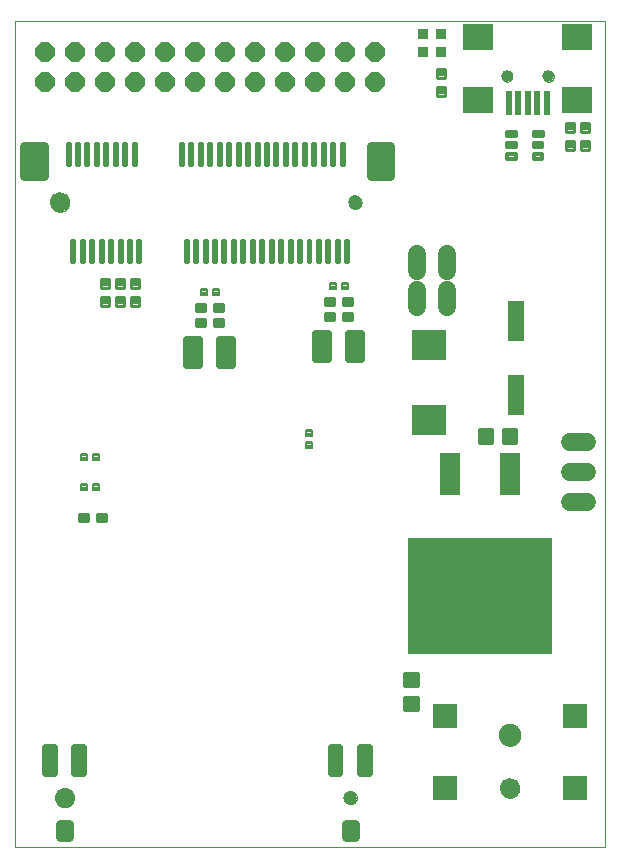
<source format=gbs>
G75*
%MOIN*%
%OFA0B0*%
%FSLAX25Y25*%
%IPPOS*%
%LPD*%
%AMOC8*
5,1,8,0,0,1.08239X$1,22.5*
%
%ADD10C,0.00000*%
%ADD11C,0.02837*%
%ADD12C,0.00987*%
%ADD13C,0.06699*%
%ADD14C,0.04731*%
%ADD15C,0.02562*%
%ADD16C,0.03153*%
%ADD17R,0.10243X0.09061*%
%ADD18R,0.02369X0.08274*%
%ADD19C,0.03943*%
%ADD20R,0.03550X0.03550*%
%ADD21C,0.06000*%
%ADD22C,0.01065*%
%ADD23C,0.01381*%
%ADD24R,0.48431X0.38786*%
%ADD25R,0.06699X0.14180*%
%ADD26C,0.01537*%
%ADD27R,0.08274X0.08274*%
%ADD28C,0.07487*%
%ADD29R,0.05518X0.13392*%
%ADD30R,0.11424X0.09849*%
%ADD31C,0.00829*%
%ADD32C,0.02010*%
%ADD33OC8,0.06400*%
D10*
X0002181Y0009243D02*
X0002181Y0284834D01*
X0199031Y0284834D01*
X0199031Y0009243D01*
X0002181Y0009243D01*
X0015613Y0025806D02*
X0015615Y0025918D01*
X0015621Y0026029D01*
X0015631Y0026141D01*
X0015645Y0026252D01*
X0015662Y0026362D01*
X0015684Y0026472D01*
X0015710Y0026581D01*
X0015739Y0026689D01*
X0015772Y0026795D01*
X0015809Y0026901D01*
X0015850Y0027005D01*
X0015895Y0027108D01*
X0015943Y0027209D01*
X0015994Y0027308D01*
X0016049Y0027405D01*
X0016108Y0027500D01*
X0016169Y0027594D01*
X0016234Y0027685D01*
X0016303Y0027773D01*
X0016374Y0027859D01*
X0016448Y0027943D01*
X0016526Y0028023D01*
X0016606Y0028101D01*
X0016689Y0028177D01*
X0016774Y0028249D01*
X0016862Y0028318D01*
X0016952Y0028384D01*
X0017045Y0028446D01*
X0017140Y0028506D01*
X0017237Y0028562D01*
X0017335Y0028614D01*
X0017436Y0028663D01*
X0017538Y0028708D01*
X0017642Y0028750D01*
X0017747Y0028788D01*
X0017854Y0028822D01*
X0017961Y0028852D01*
X0018070Y0028879D01*
X0018179Y0028901D01*
X0018290Y0028920D01*
X0018400Y0028935D01*
X0018512Y0028946D01*
X0018623Y0028953D01*
X0018735Y0028956D01*
X0018847Y0028955D01*
X0018959Y0028950D01*
X0019070Y0028941D01*
X0019181Y0028928D01*
X0019292Y0028911D01*
X0019402Y0028891D01*
X0019511Y0028866D01*
X0019619Y0028838D01*
X0019726Y0028805D01*
X0019832Y0028769D01*
X0019936Y0028729D01*
X0020039Y0028686D01*
X0020141Y0028639D01*
X0020240Y0028588D01*
X0020338Y0028534D01*
X0020434Y0028476D01*
X0020528Y0028415D01*
X0020619Y0028351D01*
X0020708Y0028284D01*
X0020795Y0028213D01*
X0020879Y0028139D01*
X0020961Y0028063D01*
X0021039Y0027983D01*
X0021115Y0027901D01*
X0021188Y0027816D01*
X0021258Y0027729D01*
X0021324Y0027639D01*
X0021388Y0027547D01*
X0021448Y0027453D01*
X0021505Y0027357D01*
X0021558Y0027258D01*
X0021608Y0027158D01*
X0021654Y0027057D01*
X0021697Y0026953D01*
X0021736Y0026848D01*
X0021771Y0026742D01*
X0021802Y0026635D01*
X0021830Y0026526D01*
X0021853Y0026417D01*
X0021873Y0026307D01*
X0021889Y0026196D01*
X0021901Y0026085D01*
X0021909Y0025974D01*
X0021913Y0025862D01*
X0021913Y0025750D01*
X0021909Y0025638D01*
X0021901Y0025527D01*
X0021889Y0025416D01*
X0021873Y0025305D01*
X0021853Y0025195D01*
X0021830Y0025086D01*
X0021802Y0024977D01*
X0021771Y0024870D01*
X0021736Y0024764D01*
X0021697Y0024659D01*
X0021654Y0024555D01*
X0021608Y0024454D01*
X0021558Y0024354D01*
X0021505Y0024255D01*
X0021448Y0024159D01*
X0021388Y0024065D01*
X0021324Y0023973D01*
X0021258Y0023883D01*
X0021188Y0023796D01*
X0021115Y0023711D01*
X0021039Y0023629D01*
X0020961Y0023549D01*
X0020879Y0023473D01*
X0020795Y0023399D01*
X0020708Y0023328D01*
X0020619Y0023261D01*
X0020528Y0023197D01*
X0020434Y0023136D01*
X0020338Y0023078D01*
X0020240Y0023024D01*
X0020141Y0022973D01*
X0020039Y0022926D01*
X0019936Y0022883D01*
X0019832Y0022843D01*
X0019726Y0022807D01*
X0019619Y0022774D01*
X0019511Y0022746D01*
X0019402Y0022721D01*
X0019292Y0022701D01*
X0019181Y0022684D01*
X0019070Y0022671D01*
X0018959Y0022662D01*
X0018847Y0022657D01*
X0018735Y0022656D01*
X0018623Y0022659D01*
X0018512Y0022666D01*
X0018400Y0022677D01*
X0018290Y0022692D01*
X0018179Y0022711D01*
X0018070Y0022733D01*
X0017961Y0022760D01*
X0017854Y0022790D01*
X0017747Y0022824D01*
X0017642Y0022862D01*
X0017538Y0022904D01*
X0017436Y0022949D01*
X0017335Y0022998D01*
X0017237Y0023050D01*
X0017140Y0023106D01*
X0017045Y0023166D01*
X0016952Y0023228D01*
X0016862Y0023294D01*
X0016774Y0023363D01*
X0016689Y0023435D01*
X0016606Y0023511D01*
X0016526Y0023589D01*
X0016448Y0023669D01*
X0016374Y0023753D01*
X0016303Y0023839D01*
X0016234Y0023927D01*
X0016169Y0024018D01*
X0016108Y0024112D01*
X0016049Y0024207D01*
X0015994Y0024304D01*
X0015943Y0024403D01*
X0015895Y0024504D01*
X0015850Y0024607D01*
X0015809Y0024711D01*
X0015772Y0024817D01*
X0015739Y0024923D01*
X0015710Y0025031D01*
X0015684Y0025140D01*
X0015662Y0025250D01*
X0015645Y0025360D01*
X0015631Y0025471D01*
X0015621Y0025583D01*
X0015615Y0025694D01*
X0015613Y0025806D01*
X0111874Y0025806D02*
X0111876Y0025899D01*
X0111882Y0025991D01*
X0111892Y0026083D01*
X0111906Y0026174D01*
X0111923Y0026265D01*
X0111945Y0026355D01*
X0111970Y0026444D01*
X0111999Y0026532D01*
X0112032Y0026618D01*
X0112069Y0026703D01*
X0112109Y0026787D01*
X0112153Y0026868D01*
X0112200Y0026948D01*
X0112250Y0027026D01*
X0112304Y0027101D01*
X0112361Y0027174D01*
X0112421Y0027244D01*
X0112484Y0027312D01*
X0112550Y0027377D01*
X0112618Y0027439D01*
X0112689Y0027499D01*
X0112763Y0027555D01*
X0112839Y0027608D01*
X0112917Y0027657D01*
X0112997Y0027704D01*
X0113079Y0027746D01*
X0113163Y0027786D01*
X0113248Y0027821D01*
X0113335Y0027853D01*
X0113423Y0027882D01*
X0113512Y0027906D01*
X0113602Y0027927D01*
X0113693Y0027943D01*
X0113785Y0027956D01*
X0113877Y0027965D01*
X0113970Y0027970D01*
X0114062Y0027971D01*
X0114155Y0027968D01*
X0114247Y0027961D01*
X0114339Y0027950D01*
X0114430Y0027935D01*
X0114521Y0027917D01*
X0114611Y0027894D01*
X0114699Y0027868D01*
X0114787Y0027838D01*
X0114873Y0027804D01*
X0114957Y0027767D01*
X0115040Y0027725D01*
X0115121Y0027681D01*
X0115201Y0027633D01*
X0115278Y0027582D01*
X0115352Y0027527D01*
X0115425Y0027469D01*
X0115495Y0027409D01*
X0115562Y0027345D01*
X0115626Y0027279D01*
X0115688Y0027209D01*
X0115746Y0027138D01*
X0115801Y0027064D01*
X0115853Y0026987D01*
X0115902Y0026908D01*
X0115948Y0026828D01*
X0115990Y0026745D01*
X0116028Y0026661D01*
X0116063Y0026575D01*
X0116094Y0026488D01*
X0116121Y0026400D01*
X0116144Y0026310D01*
X0116164Y0026220D01*
X0116180Y0026129D01*
X0116192Y0026037D01*
X0116200Y0025945D01*
X0116204Y0025852D01*
X0116204Y0025760D01*
X0116200Y0025667D01*
X0116192Y0025575D01*
X0116180Y0025483D01*
X0116164Y0025392D01*
X0116144Y0025302D01*
X0116121Y0025212D01*
X0116094Y0025124D01*
X0116063Y0025037D01*
X0116028Y0024951D01*
X0115990Y0024867D01*
X0115948Y0024784D01*
X0115902Y0024704D01*
X0115853Y0024625D01*
X0115801Y0024548D01*
X0115746Y0024474D01*
X0115688Y0024403D01*
X0115626Y0024333D01*
X0115562Y0024267D01*
X0115495Y0024203D01*
X0115425Y0024143D01*
X0115352Y0024085D01*
X0115278Y0024030D01*
X0115201Y0023979D01*
X0115122Y0023931D01*
X0115040Y0023887D01*
X0114957Y0023845D01*
X0114873Y0023808D01*
X0114787Y0023774D01*
X0114699Y0023744D01*
X0114611Y0023718D01*
X0114521Y0023695D01*
X0114430Y0023677D01*
X0114339Y0023662D01*
X0114247Y0023651D01*
X0114155Y0023644D01*
X0114062Y0023641D01*
X0113970Y0023642D01*
X0113877Y0023647D01*
X0113785Y0023656D01*
X0113693Y0023669D01*
X0113602Y0023685D01*
X0113512Y0023706D01*
X0113423Y0023730D01*
X0113335Y0023759D01*
X0113248Y0023791D01*
X0113163Y0023826D01*
X0113079Y0023866D01*
X0112997Y0023908D01*
X0112917Y0023955D01*
X0112839Y0024004D01*
X0112763Y0024057D01*
X0112689Y0024113D01*
X0112618Y0024173D01*
X0112550Y0024235D01*
X0112484Y0024300D01*
X0112421Y0024368D01*
X0112361Y0024438D01*
X0112304Y0024511D01*
X0112250Y0024586D01*
X0112200Y0024664D01*
X0112153Y0024744D01*
X0112109Y0024825D01*
X0112069Y0024909D01*
X0112032Y0024994D01*
X0111999Y0025080D01*
X0111970Y0025168D01*
X0111945Y0025257D01*
X0111923Y0025347D01*
X0111906Y0025438D01*
X0111892Y0025529D01*
X0111882Y0025621D01*
X0111876Y0025713D01*
X0111874Y0025806D01*
X0164031Y0028928D02*
X0164033Y0029040D01*
X0164039Y0029151D01*
X0164049Y0029263D01*
X0164063Y0029374D01*
X0164080Y0029484D01*
X0164102Y0029594D01*
X0164128Y0029703D01*
X0164157Y0029811D01*
X0164190Y0029917D01*
X0164227Y0030023D01*
X0164268Y0030127D01*
X0164313Y0030230D01*
X0164361Y0030331D01*
X0164412Y0030430D01*
X0164467Y0030527D01*
X0164526Y0030622D01*
X0164587Y0030716D01*
X0164652Y0030807D01*
X0164721Y0030895D01*
X0164792Y0030981D01*
X0164866Y0031065D01*
X0164944Y0031145D01*
X0165024Y0031223D01*
X0165107Y0031299D01*
X0165192Y0031371D01*
X0165280Y0031440D01*
X0165370Y0031506D01*
X0165463Y0031568D01*
X0165558Y0031628D01*
X0165655Y0031684D01*
X0165753Y0031736D01*
X0165854Y0031785D01*
X0165956Y0031830D01*
X0166060Y0031872D01*
X0166165Y0031910D01*
X0166272Y0031944D01*
X0166379Y0031974D01*
X0166488Y0032001D01*
X0166597Y0032023D01*
X0166708Y0032042D01*
X0166818Y0032057D01*
X0166930Y0032068D01*
X0167041Y0032075D01*
X0167153Y0032078D01*
X0167265Y0032077D01*
X0167377Y0032072D01*
X0167488Y0032063D01*
X0167599Y0032050D01*
X0167710Y0032033D01*
X0167820Y0032013D01*
X0167929Y0031988D01*
X0168037Y0031960D01*
X0168144Y0031927D01*
X0168250Y0031891D01*
X0168354Y0031851D01*
X0168457Y0031808D01*
X0168559Y0031761D01*
X0168658Y0031710D01*
X0168756Y0031656D01*
X0168852Y0031598D01*
X0168946Y0031537D01*
X0169037Y0031473D01*
X0169126Y0031406D01*
X0169213Y0031335D01*
X0169297Y0031261D01*
X0169379Y0031185D01*
X0169457Y0031105D01*
X0169533Y0031023D01*
X0169606Y0030938D01*
X0169676Y0030851D01*
X0169742Y0030761D01*
X0169806Y0030669D01*
X0169866Y0030575D01*
X0169923Y0030479D01*
X0169976Y0030380D01*
X0170026Y0030280D01*
X0170072Y0030179D01*
X0170115Y0030075D01*
X0170154Y0029970D01*
X0170189Y0029864D01*
X0170220Y0029757D01*
X0170248Y0029648D01*
X0170271Y0029539D01*
X0170291Y0029429D01*
X0170307Y0029318D01*
X0170319Y0029207D01*
X0170327Y0029096D01*
X0170331Y0028984D01*
X0170331Y0028872D01*
X0170327Y0028760D01*
X0170319Y0028649D01*
X0170307Y0028538D01*
X0170291Y0028427D01*
X0170271Y0028317D01*
X0170248Y0028208D01*
X0170220Y0028099D01*
X0170189Y0027992D01*
X0170154Y0027886D01*
X0170115Y0027781D01*
X0170072Y0027677D01*
X0170026Y0027576D01*
X0169976Y0027476D01*
X0169923Y0027377D01*
X0169866Y0027281D01*
X0169806Y0027187D01*
X0169742Y0027095D01*
X0169676Y0027005D01*
X0169606Y0026918D01*
X0169533Y0026833D01*
X0169457Y0026751D01*
X0169379Y0026671D01*
X0169297Y0026595D01*
X0169213Y0026521D01*
X0169126Y0026450D01*
X0169037Y0026383D01*
X0168946Y0026319D01*
X0168852Y0026258D01*
X0168756Y0026200D01*
X0168658Y0026146D01*
X0168559Y0026095D01*
X0168457Y0026048D01*
X0168354Y0026005D01*
X0168250Y0025965D01*
X0168144Y0025929D01*
X0168037Y0025896D01*
X0167929Y0025868D01*
X0167820Y0025843D01*
X0167710Y0025823D01*
X0167599Y0025806D01*
X0167488Y0025793D01*
X0167377Y0025784D01*
X0167265Y0025779D01*
X0167153Y0025778D01*
X0167041Y0025781D01*
X0166930Y0025788D01*
X0166818Y0025799D01*
X0166708Y0025814D01*
X0166597Y0025833D01*
X0166488Y0025855D01*
X0166379Y0025882D01*
X0166272Y0025912D01*
X0166165Y0025946D01*
X0166060Y0025984D01*
X0165956Y0026026D01*
X0165854Y0026071D01*
X0165753Y0026120D01*
X0165655Y0026172D01*
X0165558Y0026228D01*
X0165463Y0026288D01*
X0165370Y0026350D01*
X0165280Y0026416D01*
X0165192Y0026485D01*
X0165107Y0026557D01*
X0165024Y0026633D01*
X0164944Y0026711D01*
X0164866Y0026791D01*
X0164792Y0026875D01*
X0164721Y0026961D01*
X0164652Y0027049D01*
X0164587Y0027140D01*
X0164526Y0027234D01*
X0164467Y0027329D01*
X0164412Y0027426D01*
X0164361Y0027525D01*
X0164313Y0027626D01*
X0164268Y0027729D01*
X0164227Y0027833D01*
X0164190Y0027939D01*
X0164157Y0028045D01*
X0164128Y0028153D01*
X0164102Y0028262D01*
X0164080Y0028372D01*
X0164063Y0028482D01*
X0164049Y0028593D01*
X0164039Y0028705D01*
X0164033Y0028816D01*
X0164031Y0028928D01*
X0163638Y0046645D02*
X0163640Y0046763D01*
X0163646Y0046882D01*
X0163656Y0047000D01*
X0163670Y0047117D01*
X0163687Y0047234D01*
X0163709Y0047351D01*
X0163735Y0047466D01*
X0163764Y0047581D01*
X0163797Y0047695D01*
X0163834Y0047807D01*
X0163875Y0047918D01*
X0163919Y0048028D01*
X0163967Y0048136D01*
X0164019Y0048243D01*
X0164074Y0048348D01*
X0164133Y0048451D01*
X0164195Y0048551D01*
X0164260Y0048650D01*
X0164329Y0048747D01*
X0164400Y0048841D01*
X0164475Y0048932D01*
X0164553Y0049022D01*
X0164634Y0049108D01*
X0164718Y0049192D01*
X0164804Y0049273D01*
X0164894Y0049351D01*
X0164985Y0049426D01*
X0165079Y0049497D01*
X0165176Y0049566D01*
X0165275Y0049631D01*
X0165375Y0049693D01*
X0165478Y0049752D01*
X0165583Y0049807D01*
X0165690Y0049859D01*
X0165798Y0049907D01*
X0165908Y0049951D01*
X0166019Y0049992D01*
X0166131Y0050029D01*
X0166245Y0050062D01*
X0166360Y0050091D01*
X0166475Y0050117D01*
X0166592Y0050139D01*
X0166709Y0050156D01*
X0166826Y0050170D01*
X0166944Y0050180D01*
X0167063Y0050186D01*
X0167181Y0050188D01*
X0167299Y0050186D01*
X0167418Y0050180D01*
X0167536Y0050170D01*
X0167653Y0050156D01*
X0167770Y0050139D01*
X0167887Y0050117D01*
X0168002Y0050091D01*
X0168117Y0050062D01*
X0168231Y0050029D01*
X0168343Y0049992D01*
X0168454Y0049951D01*
X0168564Y0049907D01*
X0168672Y0049859D01*
X0168779Y0049807D01*
X0168884Y0049752D01*
X0168987Y0049693D01*
X0169087Y0049631D01*
X0169186Y0049566D01*
X0169283Y0049497D01*
X0169377Y0049426D01*
X0169468Y0049351D01*
X0169558Y0049273D01*
X0169644Y0049192D01*
X0169728Y0049108D01*
X0169809Y0049022D01*
X0169887Y0048932D01*
X0169962Y0048841D01*
X0170033Y0048747D01*
X0170102Y0048650D01*
X0170167Y0048551D01*
X0170229Y0048451D01*
X0170288Y0048348D01*
X0170343Y0048243D01*
X0170395Y0048136D01*
X0170443Y0048028D01*
X0170487Y0047918D01*
X0170528Y0047807D01*
X0170565Y0047695D01*
X0170598Y0047581D01*
X0170627Y0047466D01*
X0170653Y0047351D01*
X0170675Y0047234D01*
X0170692Y0047117D01*
X0170706Y0047000D01*
X0170716Y0046882D01*
X0170722Y0046763D01*
X0170724Y0046645D01*
X0170722Y0046527D01*
X0170716Y0046408D01*
X0170706Y0046290D01*
X0170692Y0046173D01*
X0170675Y0046056D01*
X0170653Y0045939D01*
X0170627Y0045824D01*
X0170598Y0045709D01*
X0170565Y0045595D01*
X0170528Y0045483D01*
X0170487Y0045372D01*
X0170443Y0045262D01*
X0170395Y0045154D01*
X0170343Y0045047D01*
X0170288Y0044942D01*
X0170229Y0044839D01*
X0170167Y0044739D01*
X0170102Y0044640D01*
X0170033Y0044543D01*
X0169962Y0044449D01*
X0169887Y0044358D01*
X0169809Y0044268D01*
X0169728Y0044182D01*
X0169644Y0044098D01*
X0169558Y0044017D01*
X0169468Y0043939D01*
X0169377Y0043864D01*
X0169283Y0043793D01*
X0169186Y0043724D01*
X0169087Y0043659D01*
X0168987Y0043597D01*
X0168884Y0043538D01*
X0168779Y0043483D01*
X0168672Y0043431D01*
X0168564Y0043383D01*
X0168454Y0043339D01*
X0168343Y0043298D01*
X0168231Y0043261D01*
X0168117Y0043228D01*
X0168002Y0043199D01*
X0167887Y0043173D01*
X0167770Y0043151D01*
X0167653Y0043134D01*
X0167536Y0043120D01*
X0167418Y0043110D01*
X0167299Y0043104D01*
X0167181Y0043102D01*
X0167063Y0043104D01*
X0166944Y0043110D01*
X0166826Y0043120D01*
X0166709Y0043134D01*
X0166592Y0043151D01*
X0166475Y0043173D01*
X0166360Y0043199D01*
X0166245Y0043228D01*
X0166131Y0043261D01*
X0166019Y0043298D01*
X0165908Y0043339D01*
X0165798Y0043383D01*
X0165690Y0043431D01*
X0165583Y0043483D01*
X0165478Y0043538D01*
X0165375Y0043597D01*
X0165275Y0043659D01*
X0165176Y0043724D01*
X0165079Y0043793D01*
X0164985Y0043864D01*
X0164894Y0043939D01*
X0164804Y0044017D01*
X0164718Y0044098D01*
X0164634Y0044182D01*
X0164553Y0044268D01*
X0164475Y0044358D01*
X0164400Y0044449D01*
X0164329Y0044543D01*
X0164260Y0044640D01*
X0164195Y0044739D01*
X0164133Y0044839D01*
X0164074Y0044942D01*
X0164019Y0045047D01*
X0163967Y0045154D01*
X0163919Y0045262D01*
X0163875Y0045372D01*
X0163834Y0045483D01*
X0163797Y0045595D01*
X0163764Y0045709D01*
X0163735Y0045824D01*
X0163709Y0045939D01*
X0163687Y0046056D01*
X0163670Y0046173D01*
X0163656Y0046290D01*
X0163646Y0046408D01*
X0163640Y0046527D01*
X0163638Y0046645D01*
X0113449Y0224243D02*
X0113451Y0224336D01*
X0113457Y0224428D01*
X0113467Y0224520D01*
X0113481Y0224611D01*
X0113498Y0224702D01*
X0113520Y0224792D01*
X0113545Y0224881D01*
X0113574Y0224969D01*
X0113607Y0225055D01*
X0113644Y0225140D01*
X0113684Y0225224D01*
X0113728Y0225305D01*
X0113775Y0225385D01*
X0113825Y0225463D01*
X0113879Y0225538D01*
X0113936Y0225611D01*
X0113996Y0225681D01*
X0114059Y0225749D01*
X0114125Y0225814D01*
X0114193Y0225876D01*
X0114264Y0225936D01*
X0114338Y0225992D01*
X0114414Y0226045D01*
X0114492Y0226094D01*
X0114572Y0226141D01*
X0114654Y0226183D01*
X0114738Y0226223D01*
X0114823Y0226258D01*
X0114910Y0226290D01*
X0114998Y0226319D01*
X0115087Y0226343D01*
X0115177Y0226364D01*
X0115268Y0226380D01*
X0115360Y0226393D01*
X0115452Y0226402D01*
X0115545Y0226407D01*
X0115637Y0226408D01*
X0115730Y0226405D01*
X0115822Y0226398D01*
X0115914Y0226387D01*
X0116005Y0226372D01*
X0116096Y0226354D01*
X0116186Y0226331D01*
X0116274Y0226305D01*
X0116362Y0226275D01*
X0116448Y0226241D01*
X0116532Y0226204D01*
X0116615Y0226162D01*
X0116696Y0226118D01*
X0116776Y0226070D01*
X0116853Y0226019D01*
X0116927Y0225964D01*
X0117000Y0225906D01*
X0117070Y0225846D01*
X0117137Y0225782D01*
X0117201Y0225716D01*
X0117263Y0225646D01*
X0117321Y0225575D01*
X0117376Y0225501D01*
X0117428Y0225424D01*
X0117477Y0225345D01*
X0117523Y0225265D01*
X0117565Y0225182D01*
X0117603Y0225098D01*
X0117638Y0225012D01*
X0117669Y0224925D01*
X0117696Y0224837D01*
X0117719Y0224747D01*
X0117739Y0224657D01*
X0117755Y0224566D01*
X0117767Y0224474D01*
X0117775Y0224382D01*
X0117779Y0224289D01*
X0117779Y0224197D01*
X0117775Y0224104D01*
X0117767Y0224012D01*
X0117755Y0223920D01*
X0117739Y0223829D01*
X0117719Y0223739D01*
X0117696Y0223649D01*
X0117669Y0223561D01*
X0117638Y0223474D01*
X0117603Y0223388D01*
X0117565Y0223304D01*
X0117523Y0223221D01*
X0117477Y0223141D01*
X0117428Y0223062D01*
X0117376Y0222985D01*
X0117321Y0222911D01*
X0117263Y0222840D01*
X0117201Y0222770D01*
X0117137Y0222704D01*
X0117070Y0222640D01*
X0117000Y0222580D01*
X0116927Y0222522D01*
X0116853Y0222467D01*
X0116776Y0222416D01*
X0116697Y0222368D01*
X0116615Y0222324D01*
X0116532Y0222282D01*
X0116448Y0222245D01*
X0116362Y0222211D01*
X0116274Y0222181D01*
X0116186Y0222155D01*
X0116096Y0222132D01*
X0116005Y0222114D01*
X0115914Y0222099D01*
X0115822Y0222088D01*
X0115730Y0222081D01*
X0115637Y0222078D01*
X0115545Y0222079D01*
X0115452Y0222084D01*
X0115360Y0222093D01*
X0115268Y0222106D01*
X0115177Y0222122D01*
X0115087Y0222143D01*
X0114998Y0222167D01*
X0114910Y0222196D01*
X0114823Y0222228D01*
X0114738Y0222263D01*
X0114654Y0222303D01*
X0114572Y0222345D01*
X0114492Y0222392D01*
X0114414Y0222441D01*
X0114338Y0222494D01*
X0114264Y0222550D01*
X0114193Y0222610D01*
X0114125Y0222672D01*
X0114059Y0222737D01*
X0113996Y0222805D01*
X0113936Y0222875D01*
X0113879Y0222948D01*
X0113825Y0223023D01*
X0113775Y0223101D01*
X0113728Y0223181D01*
X0113684Y0223262D01*
X0113644Y0223346D01*
X0113607Y0223431D01*
X0113574Y0223517D01*
X0113545Y0223605D01*
X0113520Y0223694D01*
X0113498Y0223784D01*
X0113481Y0223875D01*
X0113467Y0223966D01*
X0113457Y0224058D01*
X0113451Y0224150D01*
X0113449Y0224243D01*
X0164519Y0266243D02*
X0164521Y0266327D01*
X0164527Y0266410D01*
X0164537Y0266493D01*
X0164551Y0266576D01*
X0164568Y0266658D01*
X0164590Y0266739D01*
X0164615Y0266818D01*
X0164644Y0266897D01*
X0164677Y0266974D01*
X0164713Y0267049D01*
X0164753Y0267123D01*
X0164796Y0267195D01*
X0164843Y0267264D01*
X0164893Y0267331D01*
X0164946Y0267396D01*
X0165002Y0267458D01*
X0165060Y0267518D01*
X0165122Y0267575D01*
X0165186Y0267628D01*
X0165253Y0267679D01*
X0165322Y0267726D01*
X0165393Y0267771D01*
X0165466Y0267811D01*
X0165541Y0267848D01*
X0165618Y0267882D01*
X0165696Y0267912D01*
X0165775Y0267938D01*
X0165856Y0267961D01*
X0165938Y0267979D01*
X0166020Y0267994D01*
X0166103Y0268005D01*
X0166186Y0268012D01*
X0166270Y0268015D01*
X0166354Y0268014D01*
X0166437Y0268009D01*
X0166521Y0268000D01*
X0166603Y0267987D01*
X0166685Y0267971D01*
X0166766Y0267950D01*
X0166847Y0267926D01*
X0166925Y0267898D01*
X0167003Y0267866D01*
X0167079Y0267830D01*
X0167153Y0267791D01*
X0167225Y0267749D01*
X0167295Y0267703D01*
X0167363Y0267654D01*
X0167428Y0267602D01*
X0167491Y0267547D01*
X0167551Y0267489D01*
X0167609Y0267428D01*
X0167663Y0267364D01*
X0167715Y0267298D01*
X0167763Y0267230D01*
X0167808Y0267159D01*
X0167849Y0267086D01*
X0167888Y0267012D01*
X0167922Y0266936D01*
X0167953Y0266858D01*
X0167980Y0266779D01*
X0168004Y0266698D01*
X0168023Y0266617D01*
X0168039Y0266535D01*
X0168051Y0266452D01*
X0168059Y0266368D01*
X0168063Y0266285D01*
X0168063Y0266201D01*
X0168059Y0266118D01*
X0168051Y0266034D01*
X0168039Y0265951D01*
X0168023Y0265869D01*
X0168004Y0265788D01*
X0167980Y0265707D01*
X0167953Y0265628D01*
X0167922Y0265550D01*
X0167888Y0265474D01*
X0167849Y0265400D01*
X0167808Y0265327D01*
X0167763Y0265256D01*
X0167715Y0265188D01*
X0167663Y0265122D01*
X0167609Y0265058D01*
X0167551Y0264997D01*
X0167491Y0264939D01*
X0167428Y0264884D01*
X0167363Y0264832D01*
X0167295Y0264783D01*
X0167225Y0264737D01*
X0167153Y0264695D01*
X0167079Y0264656D01*
X0167003Y0264620D01*
X0166925Y0264588D01*
X0166847Y0264560D01*
X0166766Y0264536D01*
X0166685Y0264515D01*
X0166603Y0264499D01*
X0166521Y0264486D01*
X0166437Y0264477D01*
X0166354Y0264472D01*
X0166270Y0264471D01*
X0166186Y0264474D01*
X0166103Y0264481D01*
X0166020Y0264492D01*
X0165938Y0264507D01*
X0165856Y0264525D01*
X0165775Y0264548D01*
X0165696Y0264574D01*
X0165618Y0264604D01*
X0165541Y0264638D01*
X0165466Y0264675D01*
X0165393Y0264715D01*
X0165322Y0264760D01*
X0165253Y0264807D01*
X0165186Y0264858D01*
X0165122Y0264911D01*
X0165060Y0264968D01*
X0165002Y0265028D01*
X0164946Y0265090D01*
X0164893Y0265155D01*
X0164843Y0265222D01*
X0164796Y0265291D01*
X0164753Y0265363D01*
X0164713Y0265437D01*
X0164677Y0265512D01*
X0164644Y0265589D01*
X0164615Y0265668D01*
X0164590Y0265747D01*
X0164568Y0265828D01*
X0164551Y0265910D01*
X0164537Y0265993D01*
X0164527Y0266076D01*
X0164521Y0266159D01*
X0164519Y0266243D01*
X0178299Y0266243D02*
X0178301Y0266327D01*
X0178307Y0266410D01*
X0178317Y0266493D01*
X0178331Y0266576D01*
X0178348Y0266658D01*
X0178370Y0266739D01*
X0178395Y0266818D01*
X0178424Y0266897D01*
X0178457Y0266974D01*
X0178493Y0267049D01*
X0178533Y0267123D01*
X0178576Y0267195D01*
X0178623Y0267264D01*
X0178673Y0267331D01*
X0178726Y0267396D01*
X0178782Y0267458D01*
X0178840Y0267518D01*
X0178902Y0267575D01*
X0178966Y0267628D01*
X0179033Y0267679D01*
X0179102Y0267726D01*
X0179173Y0267771D01*
X0179246Y0267811D01*
X0179321Y0267848D01*
X0179398Y0267882D01*
X0179476Y0267912D01*
X0179555Y0267938D01*
X0179636Y0267961D01*
X0179718Y0267979D01*
X0179800Y0267994D01*
X0179883Y0268005D01*
X0179966Y0268012D01*
X0180050Y0268015D01*
X0180134Y0268014D01*
X0180217Y0268009D01*
X0180301Y0268000D01*
X0180383Y0267987D01*
X0180465Y0267971D01*
X0180546Y0267950D01*
X0180627Y0267926D01*
X0180705Y0267898D01*
X0180783Y0267866D01*
X0180859Y0267830D01*
X0180933Y0267791D01*
X0181005Y0267749D01*
X0181075Y0267703D01*
X0181143Y0267654D01*
X0181208Y0267602D01*
X0181271Y0267547D01*
X0181331Y0267489D01*
X0181389Y0267428D01*
X0181443Y0267364D01*
X0181495Y0267298D01*
X0181543Y0267230D01*
X0181588Y0267159D01*
X0181629Y0267086D01*
X0181668Y0267012D01*
X0181702Y0266936D01*
X0181733Y0266858D01*
X0181760Y0266779D01*
X0181784Y0266698D01*
X0181803Y0266617D01*
X0181819Y0266535D01*
X0181831Y0266452D01*
X0181839Y0266368D01*
X0181843Y0266285D01*
X0181843Y0266201D01*
X0181839Y0266118D01*
X0181831Y0266034D01*
X0181819Y0265951D01*
X0181803Y0265869D01*
X0181784Y0265788D01*
X0181760Y0265707D01*
X0181733Y0265628D01*
X0181702Y0265550D01*
X0181668Y0265474D01*
X0181629Y0265400D01*
X0181588Y0265327D01*
X0181543Y0265256D01*
X0181495Y0265188D01*
X0181443Y0265122D01*
X0181389Y0265058D01*
X0181331Y0264997D01*
X0181271Y0264939D01*
X0181208Y0264884D01*
X0181143Y0264832D01*
X0181075Y0264783D01*
X0181005Y0264737D01*
X0180933Y0264695D01*
X0180859Y0264656D01*
X0180783Y0264620D01*
X0180705Y0264588D01*
X0180627Y0264560D01*
X0180546Y0264536D01*
X0180465Y0264515D01*
X0180383Y0264499D01*
X0180301Y0264486D01*
X0180217Y0264477D01*
X0180134Y0264472D01*
X0180050Y0264471D01*
X0179966Y0264474D01*
X0179883Y0264481D01*
X0179800Y0264492D01*
X0179718Y0264507D01*
X0179636Y0264525D01*
X0179555Y0264548D01*
X0179476Y0264574D01*
X0179398Y0264604D01*
X0179321Y0264638D01*
X0179246Y0264675D01*
X0179173Y0264715D01*
X0179102Y0264760D01*
X0179033Y0264807D01*
X0178966Y0264858D01*
X0178902Y0264911D01*
X0178840Y0264968D01*
X0178782Y0265028D01*
X0178726Y0265090D01*
X0178673Y0265155D01*
X0178623Y0265222D01*
X0178576Y0265291D01*
X0178533Y0265363D01*
X0178493Y0265437D01*
X0178457Y0265512D01*
X0178424Y0265589D01*
X0178395Y0265668D01*
X0178370Y0265747D01*
X0178348Y0265828D01*
X0178331Y0265910D01*
X0178317Y0265993D01*
X0178307Y0266076D01*
X0178301Y0266159D01*
X0178299Y0266243D01*
X0014038Y0224243D02*
X0014040Y0224355D01*
X0014046Y0224466D01*
X0014056Y0224578D01*
X0014070Y0224689D01*
X0014087Y0224799D01*
X0014109Y0224909D01*
X0014135Y0225018D01*
X0014164Y0225126D01*
X0014197Y0225232D01*
X0014234Y0225338D01*
X0014275Y0225442D01*
X0014320Y0225545D01*
X0014368Y0225646D01*
X0014419Y0225745D01*
X0014474Y0225842D01*
X0014533Y0225937D01*
X0014594Y0226031D01*
X0014659Y0226122D01*
X0014728Y0226210D01*
X0014799Y0226296D01*
X0014873Y0226380D01*
X0014951Y0226460D01*
X0015031Y0226538D01*
X0015114Y0226614D01*
X0015199Y0226686D01*
X0015287Y0226755D01*
X0015377Y0226821D01*
X0015470Y0226883D01*
X0015565Y0226943D01*
X0015662Y0226999D01*
X0015760Y0227051D01*
X0015861Y0227100D01*
X0015963Y0227145D01*
X0016067Y0227187D01*
X0016172Y0227225D01*
X0016279Y0227259D01*
X0016386Y0227289D01*
X0016495Y0227316D01*
X0016604Y0227338D01*
X0016715Y0227357D01*
X0016825Y0227372D01*
X0016937Y0227383D01*
X0017048Y0227390D01*
X0017160Y0227393D01*
X0017272Y0227392D01*
X0017384Y0227387D01*
X0017495Y0227378D01*
X0017606Y0227365D01*
X0017717Y0227348D01*
X0017827Y0227328D01*
X0017936Y0227303D01*
X0018044Y0227275D01*
X0018151Y0227242D01*
X0018257Y0227206D01*
X0018361Y0227166D01*
X0018464Y0227123D01*
X0018566Y0227076D01*
X0018665Y0227025D01*
X0018763Y0226971D01*
X0018859Y0226913D01*
X0018953Y0226852D01*
X0019044Y0226788D01*
X0019133Y0226721D01*
X0019220Y0226650D01*
X0019304Y0226576D01*
X0019386Y0226500D01*
X0019464Y0226420D01*
X0019540Y0226338D01*
X0019613Y0226253D01*
X0019683Y0226166D01*
X0019749Y0226076D01*
X0019813Y0225984D01*
X0019873Y0225890D01*
X0019930Y0225794D01*
X0019983Y0225695D01*
X0020033Y0225595D01*
X0020079Y0225494D01*
X0020122Y0225390D01*
X0020161Y0225285D01*
X0020196Y0225179D01*
X0020227Y0225072D01*
X0020255Y0224963D01*
X0020278Y0224854D01*
X0020298Y0224744D01*
X0020314Y0224633D01*
X0020326Y0224522D01*
X0020334Y0224411D01*
X0020338Y0224299D01*
X0020338Y0224187D01*
X0020334Y0224075D01*
X0020326Y0223964D01*
X0020314Y0223853D01*
X0020298Y0223742D01*
X0020278Y0223632D01*
X0020255Y0223523D01*
X0020227Y0223414D01*
X0020196Y0223307D01*
X0020161Y0223201D01*
X0020122Y0223096D01*
X0020079Y0222992D01*
X0020033Y0222891D01*
X0019983Y0222791D01*
X0019930Y0222692D01*
X0019873Y0222596D01*
X0019813Y0222502D01*
X0019749Y0222410D01*
X0019683Y0222320D01*
X0019613Y0222233D01*
X0019540Y0222148D01*
X0019464Y0222066D01*
X0019386Y0221986D01*
X0019304Y0221910D01*
X0019220Y0221836D01*
X0019133Y0221765D01*
X0019044Y0221698D01*
X0018953Y0221634D01*
X0018859Y0221573D01*
X0018763Y0221515D01*
X0018665Y0221461D01*
X0018566Y0221410D01*
X0018464Y0221363D01*
X0018361Y0221320D01*
X0018257Y0221280D01*
X0018151Y0221244D01*
X0018044Y0221211D01*
X0017936Y0221183D01*
X0017827Y0221158D01*
X0017717Y0221138D01*
X0017606Y0221121D01*
X0017495Y0221108D01*
X0017384Y0221099D01*
X0017272Y0221094D01*
X0017160Y0221093D01*
X0017048Y0221096D01*
X0016937Y0221103D01*
X0016825Y0221114D01*
X0016715Y0221129D01*
X0016604Y0221148D01*
X0016495Y0221170D01*
X0016386Y0221197D01*
X0016279Y0221227D01*
X0016172Y0221261D01*
X0016067Y0221299D01*
X0015963Y0221341D01*
X0015861Y0221386D01*
X0015760Y0221435D01*
X0015662Y0221487D01*
X0015565Y0221543D01*
X0015470Y0221603D01*
X0015377Y0221665D01*
X0015287Y0221731D01*
X0015199Y0221800D01*
X0015114Y0221872D01*
X0015031Y0221948D01*
X0014951Y0222026D01*
X0014873Y0222106D01*
X0014799Y0222190D01*
X0014728Y0222276D01*
X0014659Y0222364D01*
X0014594Y0222455D01*
X0014533Y0222549D01*
X0014474Y0222644D01*
X0014419Y0222741D01*
X0014368Y0222840D01*
X0014320Y0222941D01*
X0014275Y0223044D01*
X0014234Y0223148D01*
X0014197Y0223254D01*
X0014164Y0223360D01*
X0014135Y0223468D01*
X0014109Y0223577D01*
X0014087Y0223687D01*
X0014070Y0223797D01*
X0014056Y0223908D01*
X0014046Y0224020D01*
X0014040Y0224131D01*
X0014038Y0224243D01*
D11*
X0012033Y0232942D02*
X0005415Y0232942D01*
X0005415Y0243104D01*
X0012033Y0243104D01*
X0012033Y0232942D01*
X0012033Y0235778D02*
X0005415Y0235778D01*
X0005415Y0238614D02*
X0012033Y0238614D01*
X0012033Y0241450D02*
X0005415Y0241450D01*
X0120769Y0232942D02*
X0127387Y0232942D01*
X0120769Y0232942D02*
X0120769Y0243104D01*
X0127387Y0243104D01*
X0127387Y0232942D01*
X0127387Y0235778D02*
X0120769Y0235778D01*
X0120769Y0238614D02*
X0127387Y0238614D01*
X0127387Y0241450D02*
X0120769Y0241450D01*
D12*
X0111777Y0236741D02*
X0110789Y0236741D01*
X0110789Y0244029D01*
X0111777Y0244029D01*
X0111777Y0236741D01*
X0111777Y0237727D02*
X0110789Y0237727D01*
X0110789Y0238713D02*
X0111777Y0238713D01*
X0111777Y0239699D02*
X0110789Y0239699D01*
X0110789Y0240685D02*
X0111777Y0240685D01*
X0111777Y0241671D02*
X0110789Y0241671D01*
X0110789Y0242657D02*
X0111777Y0242657D01*
X0111777Y0243643D02*
X0110789Y0243643D01*
X0108627Y0236741D02*
X0107639Y0236741D01*
X0107639Y0244029D01*
X0108627Y0244029D01*
X0108627Y0236741D01*
X0108627Y0237727D02*
X0107639Y0237727D01*
X0107639Y0238713D02*
X0108627Y0238713D01*
X0108627Y0239699D02*
X0107639Y0239699D01*
X0107639Y0240685D02*
X0108627Y0240685D01*
X0108627Y0241671D02*
X0107639Y0241671D01*
X0107639Y0242657D02*
X0108627Y0242657D01*
X0108627Y0243643D02*
X0107639Y0243643D01*
X0105478Y0236741D02*
X0104490Y0236741D01*
X0104490Y0244029D01*
X0105478Y0244029D01*
X0105478Y0236741D01*
X0105478Y0237727D02*
X0104490Y0237727D01*
X0104490Y0238713D02*
X0105478Y0238713D01*
X0105478Y0239699D02*
X0104490Y0239699D01*
X0104490Y0240685D02*
X0105478Y0240685D01*
X0105478Y0241671D02*
X0104490Y0241671D01*
X0104490Y0242657D02*
X0105478Y0242657D01*
X0105478Y0243643D02*
X0104490Y0243643D01*
X0102328Y0236741D02*
X0101340Y0236741D01*
X0101340Y0244029D01*
X0102328Y0244029D01*
X0102328Y0236741D01*
X0102328Y0237727D02*
X0101340Y0237727D01*
X0101340Y0238713D02*
X0102328Y0238713D01*
X0102328Y0239699D02*
X0101340Y0239699D01*
X0101340Y0240685D02*
X0102328Y0240685D01*
X0102328Y0241671D02*
X0101340Y0241671D01*
X0101340Y0242657D02*
X0102328Y0242657D01*
X0102328Y0243643D02*
X0101340Y0243643D01*
X0099179Y0236741D02*
X0098191Y0236741D01*
X0098191Y0244029D01*
X0099179Y0244029D01*
X0099179Y0236741D01*
X0099179Y0237727D02*
X0098191Y0237727D01*
X0098191Y0238713D02*
X0099179Y0238713D01*
X0099179Y0239699D02*
X0098191Y0239699D01*
X0098191Y0240685D02*
X0099179Y0240685D01*
X0099179Y0241671D02*
X0098191Y0241671D01*
X0098191Y0242657D02*
X0099179Y0242657D01*
X0099179Y0243643D02*
X0098191Y0243643D01*
X0096029Y0236741D02*
X0095041Y0236741D01*
X0095041Y0244029D01*
X0096029Y0244029D01*
X0096029Y0236741D01*
X0096029Y0237727D02*
X0095041Y0237727D01*
X0095041Y0238713D02*
X0096029Y0238713D01*
X0096029Y0239699D02*
X0095041Y0239699D01*
X0095041Y0240685D02*
X0096029Y0240685D01*
X0096029Y0241671D02*
X0095041Y0241671D01*
X0095041Y0242657D02*
X0096029Y0242657D01*
X0096029Y0243643D02*
X0095041Y0243643D01*
X0092879Y0236741D02*
X0091891Y0236741D01*
X0091891Y0244029D01*
X0092879Y0244029D01*
X0092879Y0236741D01*
X0092879Y0237727D02*
X0091891Y0237727D01*
X0091891Y0238713D02*
X0092879Y0238713D01*
X0092879Y0239699D02*
X0091891Y0239699D01*
X0091891Y0240685D02*
X0092879Y0240685D01*
X0092879Y0241671D02*
X0091891Y0241671D01*
X0091891Y0242657D02*
X0092879Y0242657D01*
X0092879Y0243643D02*
X0091891Y0243643D01*
X0089730Y0236741D02*
X0088742Y0236741D01*
X0088742Y0244029D01*
X0089730Y0244029D01*
X0089730Y0236741D01*
X0089730Y0237727D02*
X0088742Y0237727D01*
X0088742Y0238713D02*
X0089730Y0238713D01*
X0089730Y0239699D02*
X0088742Y0239699D01*
X0088742Y0240685D02*
X0089730Y0240685D01*
X0089730Y0241671D02*
X0088742Y0241671D01*
X0088742Y0242657D02*
X0089730Y0242657D01*
X0089730Y0243643D02*
X0088742Y0243643D01*
X0086580Y0236741D02*
X0085592Y0236741D01*
X0085592Y0244029D01*
X0086580Y0244029D01*
X0086580Y0236741D01*
X0086580Y0237727D02*
X0085592Y0237727D01*
X0085592Y0238713D02*
X0086580Y0238713D01*
X0086580Y0239699D02*
X0085592Y0239699D01*
X0085592Y0240685D02*
X0086580Y0240685D01*
X0086580Y0241671D02*
X0085592Y0241671D01*
X0085592Y0242657D02*
X0086580Y0242657D01*
X0086580Y0243643D02*
X0085592Y0243643D01*
X0083431Y0236741D02*
X0082443Y0236741D01*
X0082443Y0244029D01*
X0083431Y0244029D01*
X0083431Y0236741D01*
X0083431Y0237727D02*
X0082443Y0237727D01*
X0082443Y0238713D02*
X0083431Y0238713D01*
X0083431Y0239699D02*
X0082443Y0239699D01*
X0082443Y0240685D02*
X0083431Y0240685D01*
X0083431Y0241671D02*
X0082443Y0241671D01*
X0082443Y0242657D02*
X0083431Y0242657D01*
X0083431Y0243643D02*
X0082443Y0243643D01*
X0080281Y0236741D02*
X0079293Y0236741D01*
X0079293Y0244029D01*
X0080281Y0244029D01*
X0080281Y0236741D01*
X0080281Y0237727D02*
X0079293Y0237727D01*
X0079293Y0238713D02*
X0080281Y0238713D01*
X0080281Y0239699D02*
X0079293Y0239699D01*
X0079293Y0240685D02*
X0080281Y0240685D01*
X0080281Y0241671D02*
X0079293Y0241671D01*
X0079293Y0242657D02*
X0080281Y0242657D01*
X0080281Y0243643D02*
X0079293Y0243643D01*
X0077131Y0236741D02*
X0076143Y0236741D01*
X0076143Y0244029D01*
X0077131Y0244029D01*
X0077131Y0236741D01*
X0077131Y0237727D02*
X0076143Y0237727D01*
X0076143Y0238713D02*
X0077131Y0238713D01*
X0077131Y0239699D02*
X0076143Y0239699D01*
X0076143Y0240685D02*
X0077131Y0240685D01*
X0077131Y0241671D02*
X0076143Y0241671D01*
X0076143Y0242657D02*
X0077131Y0242657D01*
X0077131Y0243643D02*
X0076143Y0243643D01*
X0073982Y0236741D02*
X0072994Y0236741D01*
X0072994Y0244029D01*
X0073982Y0244029D01*
X0073982Y0236741D01*
X0073982Y0237727D02*
X0072994Y0237727D01*
X0072994Y0238713D02*
X0073982Y0238713D01*
X0073982Y0239699D02*
X0072994Y0239699D01*
X0072994Y0240685D02*
X0073982Y0240685D01*
X0073982Y0241671D02*
X0072994Y0241671D01*
X0072994Y0242657D02*
X0073982Y0242657D01*
X0073982Y0243643D02*
X0072994Y0243643D01*
X0070832Y0236741D02*
X0069844Y0236741D01*
X0069844Y0244029D01*
X0070832Y0244029D01*
X0070832Y0236741D01*
X0070832Y0237727D02*
X0069844Y0237727D01*
X0069844Y0238713D02*
X0070832Y0238713D01*
X0070832Y0239699D02*
X0069844Y0239699D01*
X0069844Y0240685D02*
X0070832Y0240685D01*
X0070832Y0241671D02*
X0069844Y0241671D01*
X0069844Y0242657D02*
X0070832Y0242657D01*
X0070832Y0243643D02*
X0069844Y0243643D01*
X0067682Y0236741D02*
X0066694Y0236741D01*
X0066694Y0244029D01*
X0067682Y0244029D01*
X0067682Y0236741D01*
X0067682Y0237727D02*
X0066694Y0237727D01*
X0066694Y0238713D02*
X0067682Y0238713D01*
X0067682Y0239699D02*
X0066694Y0239699D01*
X0066694Y0240685D02*
X0067682Y0240685D01*
X0067682Y0241671D02*
X0066694Y0241671D01*
X0066694Y0242657D02*
X0067682Y0242657D01*
X0067682Y0243643D02*
X0066694Y0243643D01*
X0064533Y0236741D02*
X0063545Y0236741D01*
X0063545Y0244029D01*
X0064533Y0244029D01*
X0064533Y0236741D01*
X0064533Y0237727D02*
X0063545Y0237727D01*
X0063545Y0238713D02*
X0064533Y0238713D01*
X0064533Y0239699D02*
X0063545Y0239699D01*
X0063545Y0240685D02*
X0064533Y0240685D01*
X0064533Y0241671D02*
X0063545Y0241671D01*
X0063545Y0242657D02*
X0064533Y0242657D01*
X0064533Y0243643D02*
X0063545Y0243643D01*
X0061383Y0236741D02*
X0060395Y0236741D01*
X0060395Y0244029D01*
X0061383Y0244029D01*
X0061383Y0236741D01*
X0061383Y0237727D02*
X0060395Y0237727D01*
X0060395Y0238713D02*
X0061383Y0238713D01*
X0061383Y0239699D02*
X0060395Y0239699D01*
X0060395Y0240685D02*
X0061383Y0240685D01*
X0061383Y0241671D02*
X0060395Y0241671D01*
X0060395Y0242657D02*
X0061383Y0242657D01*
X0061383Y0243643D02*
X0060395Y0243643D01*
X0058234Y0236741D02*
X0057246Y0236741D01*
X0057246Y0244029D01*
X0058234Y0244029D01*
X0058234Y0236741D01*
X0058234Y0237727D02*
X0057246Y0237727D01*
X0057246Y0238713D02*
X0058234Y0238713D01*
X0058234Y0239699D02*
X0057246Y0239699D01*
X0057246Y0240685D02*
X0058234Y0240685D01*
X0058234Y0241671D02*
X0057246Y0241671D01*
X0057246Y0242657D02*
X0058234Y0242657D01*
X0058234Y0243643D02*
X0057246Y0243643D01*
X0042486Y0236741D02*
X0041498Y0236741D01*
X0041498Y0244029D01*
X0042486Y0244029D01*
X0042486Y0236741D01*
X0042486Y0237727D02*
X0041498Y0237727D01*
X0041498Y0238713D02*
X0042486Y0238713D01*
X0042486Y0239699D02*
X0041498Y0239699D01*
X0041498Y0240685D02*
X0042486Y0240685D01*
X0042486Y0241671D02*
X0041498Y0241671D01*
X0041498Y0242657D02*
X0042486Y0242657D01*
X0042486Y0243643D02*
X0041498Y0243643D01*
X0039336Y0236741D02*
X0038348Y0236741D01*
X0038348Y0244029D01*
X0039336Y0244029D01*
X0039336Y0236741D01*
X0039336Y0237727D02*
X0038348Y0237727D01*
X0038348Y0238713D02*
X0039336Y0238713D01*
X0039336Y0239699D02*
X0038348Y0239699D01*
X0038348Y0240685D02*
X0039336Y0240685D01*
X0039336Y0241671D02*
X0038348Y0241671D01*
X0038348Y0242657D02*
X0039336Y0242657D01*
X0039336Y0243643D02*
X0038348Y0243643D01*
X0036186Y0236741D02*
X0035198Y0236741D01*
X0035198Y0244029D01*
X0036186Y0244029D01*
X0036186Y0236741D01*
X0036186Y0237727D02*
X0035198Y0237727D01*
X0035198Y0238713D02*
X0036186Y0238713D01*
X0036186Y0239699D02*
X0035198Y0239699D01*
X0035198Y0240685D02*
X0036186Y0240685D01*
X0036186Y0241671D02*
X0035198Y0241671D01*
X0035198Y0242657D02*
X0036186Y0242657D01*
X0036186Y0243643D02*
X0035198Y0243643D01*
X0033037Y0236741D02*
X0032049Y0236741D01*
X0032049Y0244029D01*
X0033037Y0244029D01*
X0033037Y0236741D01*
X0033037Y0237727D02*
X0032049Y0237727D01*
X0032049Y0238713D02*
X0033037Y0238713D01*
X0033037Y0239699D02*
X0032049Y0239699D01*
X0032049Y0240685D02*
X0033037Y0240685D01*
X0033037Y0241671D02*
X0032049Y0241671D01*
X0032049Y0242657D02*
X0033037Y0242657D01*
X0033037Y0243643D02*
X0032049Y0243643D01*
X0029887Y0236741D02*
X0028899Y0236741D01*
X0028899Y0244029D01*
X0029887Y0244029D01*
X0029887Y0236741D01*
X0029887Y0237727D02*
X0028899Y0237727D01*
X0028899Y0238713D02*
X0029887Y0238713D01*
X0029887Y0239699D02*
X0028899Y0239699D01*
X0028899Y0240685D02*
X0029887Y0240685D01*
X0029887Y0241671D02*
X0028899Y0241671D01*
X0028899Y0242657D02*
X0029887Y0242657D01*
X0029887Y0243643D02*
X0028899Y0243643D01*
X0026738Y0236741D02*
X0025750Y0236741D01*
X0025750Y0244029D01*
X0026738Y0244029D01*
X0026738Y0236741D01*
X0026738Y0237727D02*
X0025750Y0237727D01*
X0025750Y0238713D02*
X0026738Y0238713D01*
X0026738Y0239699D02*
X0025750Y0239699D01*
X0025750Y0240685D02*
X0026738Y0240685D01*
X0026738Y0241671D02*
X0025750Y0241671D01*
X0025750Y0242657D02*
X0026738Y0242657D01*
X0026738Y0243643D02*
X0025750Y0243643D01*
X0023588Y0236741D02*
X0022600Y0236741D01*
X0022600Y0244029D01*
X0023588Y0244029D01*
X0023588Y0236741D01*
X0023588Y0237727D02*
X0022600Y0237727D01*
X0022600Y0238713D02*
X0023588Y0238713D01*
X0023588Y0239699D02*
X0022600Y0239699D01*
X0022600Y0240685D02*
X0023588Y0240685D01*
X0023588Y0241671D02*
X0022600Y0241671D01*
X0022600Y0242657D02*
X0023588Y0242657D01*
X0023588Y0243643D02*
X0022600Y0243643D01*
X0020438Y0236741D02*
X0019450Y0236741D01*
X0019450Y0244029D01*
X0020438Y0244029D01*
X0020438Y0236741D01*
X0020438Y0237727D02*
X0019450Y0237727D01*
X0019450Y0238713D02*
X0020438Y0238713D01*
X0020438Y0239699D02*
X0019450Y0239699D01*
X0019450Y0240685D02*
X0020438Y0240685D01*
X0020438Y0241671D02*
X0019450Y0241671D01*
X0019450Y0242657D02*
X0020438Y0242657D01*
X0020438Y0243643D02*
X0019450Y0243643D01*
X0021025Y0204457D02*
X0022013Y0204457D01*
X0021025Y0204457D02*
X0021025Y0211745D01*
X0022013Y0211745D01*
X0022013Y0204457D01*
X0022013Y0205443D02*
X0021025Y0205443D01*
X0021025Y0206429D02*
X0022013Y0206429D01*
X0022013Y0207415D02*
X0021025Y0207415D01*
X0021025Y0208401D02*
X0022013Y0208401D01*
X0022013Y0209387D02*
X0021025Y0209387D01*
X0021025Y0210373D02*
X0022013Y0210373D01*
X0022013Y0211359D02*
X0021025Y0211359D01*
X0024175Y0204457D02*
X0025163Y0204457D01*
X0024175Y0204457D02*
X0024175Y0211745D01*
X0025163Y0211745D01*
X0025163Y0204457D01*
X0025163Y0205443D02*
X0024175Y0205443D01*
X0024175Y0206429D02*
X0025163Y0206429D01*
X0025163Y0207415D02*
X0024175Y0207415D01*
X0024175Y0208401D02*
X0025163Y0208401D01*
X0025163Y0209387D02*
X0024175Y0209387D01*
X0024175Y0210373D02*
X0025163Y0210373D01*
X0025163Y0211359D02*
X0024175Y0211359D01*
X0027324Y0204457D02*
X0028312Y0204457D01*
X0027324Y0204457D02*
X0027324Y0211745D01*
X0028312Y0211745D01*
X0028312Y0204457D01*
X0028312Y0205443D02*
X0027324Y0205443D01*
X0027324Y0206429D02*
X0028312Y0206429D01*
X0028312Y0207415D02*
X0027324Y0207415D01*
X0027324Y0208401D02*
X0028312Y0208401D01*
X0028312Y0209387D02*
X0027324Y0209387D01*
X0027324Y0210373D02*
X0028312Y0210373D01*
X0028312Y0211359D02*
X0027324Y0211359D01*
X0030474Y0204457D02*
X0031462Y0204457D01*
X0030474Y0204457D02*
X0030474Y0211745D01*
X0031462Y0211745D01*
X0031462Y0204457D01*
X0031462Y0205443D02*
X0030474Y0205443D01*
X0030474Y0206429D02*
X0031462Y0206429D01*
X0031462Y0207415D02*
X0030474Y0207415D01*
X0030474Y0208401D02*
X0031462Y0208401D01*
X0031462Y0209387D02*
X0030474Y0209387D01*
X0030474Y0210373D02*
X0031462Y0210373D01*
X0031462Y0211359D02*
X0030474Y0211359D01*
X0033624Y0204457D02*
X0034612Y0204457D01*
X0033624Y0204457D02*
X0033624Y0211745D01*
X0034612Y0211745D01*
X0034612Y0204457D01*
X0034612Y0205443D02*
X0033624Y0205443D01*
X0033624Y0206429D02*
X0034612Y0206429D01*
X0034612Y0207415D02*
X0033624Y0207415D01*
X0033624Y0208401D02*
X0034612Y0208401D01*
X0034612Y0209387D02*
X0033624Y0209387D01*
X0033624Y0210373D02*
X0034612Y0210373D01*
X0034612Y0211359D02*
X0033624Y0211359D01*
X0036773Y0204457D02*
X0037761Y0204457D01*
X0036773Y0204457D02*
X0036773Y0211745D01*
X0037761Y0211745D01*
X0037761Y0204457D01*
X0037761Y0205443D02*
X0036773Y0205443D01*
X0036773Y0206429D02*
X0037761Y0206429D01*
X0037761Y0207415D02*
X0036773Y0207415D01*
X0036773Y0208401D02*
X0037761Y0208401D01*
X0037761Y0209387D02*
X0036773Y0209387D01*
X0036773Y0210373D02*
X0037761Y0210373D01*
X0037761Y0211359D02*
X0036773Y0211359D01*
X0039923Y0204457D02*
X0040911Y0204457D01*
X0039923Y0204457D02*
X0039923Y0211745D01*
X0040911Y0211745D01*
X0040911Y0204457D01*
X0040911Y0205443D02*
X0039923Y0205443D01*
X0039923Y0206429D02*
X0040911Y0206429D01*
X0040911Y0207415D02*
X0039923Y0207415D01*
X0039923Y0208401D02*
X0040911Y0208401D01*
X0040911Y0209387D02*
X0039923Y0209387D01*
X0039923Y0210373D02*
X0040911Y0210373D01*
X0040911Y0211359D02*
X0039923Y0211359D01*
X0043072Y0204457D02*
X0044060Y0204457D01*
X0043072Y0204457D02*
X0043072Y0211745D01*
X0044060Y0211745D01*
X0044060Y0204457D01*
X0044060Y0205443D02*
X0043072Y0205443D01*
X0043072Y0206429D02*
X0044060Y0206429D01*
X0044060Y0207415D02*
X0043072Y0207415D01*
X0043072Y0208401D02*
X0044060Y0208401D01*
X0044060Y0209387D02*
X0043072Y0209387D01*
X0043072Y0210373D02*
X0044060Y0210373D01*
X0044060Y0211359D02*
X0043072Y0211359D01*
X0058820Y0204457D02*
X0059808Y0204457D01*
X0058820Y0204457D02*
X0058820Y0211745D01*
X0059808Y0211745D01*
X0059808Y0204457D01*
X0059808Y0205443D02*
X0058820Y0205443D01*
X0058820Y0206429D02*
X0059808Y0206429D01*
X0059808Y0207415D02*
X0058820Y0207415D01*
X0058820Y0208401D02*
X0059808Y0208401D01*
X0059808Y0209387D02*
X0058820Y0209387D01*
X0058820Y0210373D02*
X0059808Y0210373D01*
X0059808Y0211359D02*
X0058820Y0211359D01*
X0061970Y0204457D02*
X0062958Y0204457D01*
X0061970Y0204457D02*
X0061970Y0211745D01*
X0062958Y0211745D01*
X0062958Y0204457D01*
X0062958Y0205443D02*
X0061970Y0205443D01*
X0061970Y0206429D02*
X0062958Y0206429D01*
X0062958Y0207415D02*
X0061970Y0207415D01*
X0061970Y0208401D02*
X0062958Y0208401D01*
X0062958Y0209387D02*
X0061970Y0209387D01*
X0061970Y0210373D02*
X0062958Y0210373D01*
X0062958Y0211359D02*
X0061970Y0211359D01*
X0065120Y0204457D02*
X0066108Y0204457D01*
X0065120Y0204457D02*
X0065120Y0211745D01*
X0066108Y0211745D01*
X0066108Y0204457D01*
X0066108Y0205443D02*
X0065120Y0205443D01*
X0065120Y0206429D02*
X0066108Y0206429D01*
X0066108Y0207415D02*
X0065120Y0207415D01*
X0065120Y0208401D02*
X0066108Y0208401D01*
X0066108Y0209387D02*
X0065120Y0209387D01*
X0065120Y0210373D02*
X0066108Y0210373D01*
X0066108Y0211359D02*
X0065120Y0211359D01*
X0068269Y0204457D02*
X0069257Y0204457D01*
X0068269Y0204457D02*
X0068269Y0211745D01*
X0069257Y0211745D01*
X0069257Y0204457D01*
X0069257Y0205443D02*
X0068269Y0205443D01*
X0068269Y0206429D02*
X0069257Y0206429D01*
X0069257Y0207415D02*
X0068269Y0207415D01*
X0068269Y0208401D02*
X0069257Y0208401D01*
X0069257Y0209387D02*
X0068269Y0209387D01*
X0068269Y0210373D02*
X0069257Y0210373D01*
X0069257Y0211359D02*
X0068269Y0211359D01*
X0071419Y0204457D02*
X0072407Y0204457D01*
X0071419Y0204457D02*
X0071419Y0211745D01*
X0072407Y0211745D01*
X0072407Y0204457D01*
X0072407Y0205443D02*
X0071419Y0205443D01*
X0071419Y0206429D02*
X0072407Y0206429D01*
X0072407Y0207415D02*
X0071419Y0207415D01*
X0071419Y0208401D02*
X0072407Y0208401D01*
X0072407Y0209387D02*
X0071419Y0209387D01*
X0071419Y0210373D02*
X0072407Y0210373D01*
X0072407Y0211359D02*
X0071419Y0211359D01*
X0074569Y0204457D02*
X0075557Y0204457D01*
X0074569Y0204457D02*
X0074569Y0211745D01*
X0075557Y0211745D01*
X0075557Y0204457D01*
X0075557Y0205443D02*
X0074569Y0205443D01*
X0074569Y0206429D02*
X0075557Y0206429D01*
X0075557Y0207415D02*
X0074569Y0207415D01*
X0074569Y0208401D02*
X0075557Y0208401D01*
X0075557Y0209387D02*
X0074569Y0209387D01*
X0074569Y0210373D02*
X0075557Y0210373D01*
X0075557Y0211359D02*
X0074569Y0211359D01*
X0077718Y0204457D02*
X0078706Y0204457D01*
X0077718Y0204457D02*
X0077718Y0211745D01*
X0078706Y0211745D01*
X0078706Y0204457D01*
X0078706Y0205443D02*
X0077718Y0205443D01*
X0077718Y0206429D02*
X0078706Y0206429D01*
X0078706Y0207415D02*
X0077718Y0207415D01*
X0077718Y0208401D02*
X0078706Y0208401D01*
X0078706Y0209387D02*
X0077718Y0209387D01*
X0077718Y0210373D02*
X0078706Y0210373D01*
X0078706Y0211359D02*
X0077718Y0211359D01*
X0080868Y0204457D02*
X0081856Y0204457D01*
X0080868Y0204457D02*
X0080868Y0211745D01*
X0081856Y0211745D01*
X0081856Y0204457D01*
X0081856Y0205443D02*
X0080868Y0205443D01*
X0080868Y0206429D02*
X0081856Y0206429D01*
X0081856Y0207415D02*
X0080868Y0207415D01*
X0080868Y0208401D02*
X0081856Y0208401D01*
X0081856Y0209387D02*
X0080868Y0209387D01*
X0080868Y0210373D02*
X0081856Y0210373D01*
X0081856Y0211359D02*
X0080868Y0211359D01*
X0084017Y0204457D02*
X0085005Y0204457D01*
X0084017Y0204457D02*
X0084017Y0211745D01*
X0085005Y0211745D01*
X0085005Y0204457D01*
X0085005Y0205443D02*
X0084017Y0205443D01*
X0084017Y0206429D02*
X0085005Y0206429D01*
X0085005Y0207415D02*
X0084017Y0207415D01*
X0084017Y0208401D02*
X0085005Y0208401D01*
X0085005Y0209387D02*
X0084017Y0209387D01*
X0084017Y0210373D02*
X0085005Y0210373D01*
X0085005Y0211359D02*
X0084017Y0211359D01*
X0087167Y0204457D02*
X0088155Y0204457D01*
X0087167Y0204457D02*
X0087167Y0211745D01*
X0088155Y0211745D01*
X0088155Y0204457D01*
X0088155Y0205443D02*
X0087167Y0205443D01*
X0087167Y0206429D02*
X0088155Y0206429D01*
X0088155Y0207415D02*
X0087167Y0207415D01*
X0087167Y0208401D02*
X0088155Y0208401D01*
X0088155Y0209387D02*
X0087167Y0209387D01*
X0087167Y0210373D02*
X0088155Y0210373D01*
X0088155Y0211359D02*
X0087167Y0211359D01*
X0090317Y0204457D02*
X0091305Y0204457D01*
X0090317Y0204457D02*
X0090317Y0211745D01*
X0091305Y0211745D01*
X0091305Y0204457D01*
X0091305Y0205443D02*
X0090317Y0205443D01*
X0090317Y0206429D02*
X0091305Y0206429D01*
X0091305Y0207415D02*
X0090317Y0207415D01*
X0090317Y0208401D02*
X0091305Y0208401D01*
X0091305Y0209387D02*
X0090317Y0209387D01*
X0090317Y0210373D02*
X0091305Y0210373D01*
X0091305Y0211359D02*
X0090317Y0211359D01*
X0093466Y0204457D02*
X0094454Y0204457D01*
X0093466Y0204457D02*
X0093466Y0211745D01*
X0094454Y0211745D01*
X0094454Y0204457D01*
X0094454Y0205443D02*
X0093466Y0205443D01*
X0093466Y0206429D02*
X0094454Y0206429D01*
X0094454Y0207415D02*
X0093466Y0207415D01*
X0093466Y0208401D02*
X0094454Y0208401D01*
X0094454Y0209387D02*
X0093466Y0209387D01*
X0093466Y0210373D02*
X0094454Y0210373D01*
X0094454Y0211359D02*
X0093466Y0211359D01*
X0096616Y0204457D02*
X0097604Y0204457D01*
X0096616Y0204457D02*
X0096616Y0211745D01*
X0097604Y0211745D01*
X0097604Y0204457D01*
X0097604Y0205443D02*
X0096616Y0205443D01*
X0096616Y0206429D02*
X0097604Y0206429D01*
X0097604Y0207415D02*
X0096616Y0207415D01*
X0096616Y0208401D02*
X0097604Y0208401D01*
X0097604Y0209387D02*
X0096616Y0209387D01*
X0096616Y0210373D02*
X0097604Y0210373D01*
X0097604Y0211359D02*
X0096616Y0211359D01*
X0099765Y0204457D02*
X0100753Y0204457D01*
X0099765Y0204457D02*
X0099765Y0211745D01*
X0100753Y0211745D01*
X0100753Y0204457D01*
X0100753Y0205443D02*
X0099765Y0205443D01*
X0099765Y0206429D02*
X0100753Y0206429D01*
X0100753Y0207415D02*
X0099765Y0207415D01*
X0099765Y0208401D02*
X0100753Y0208401D01*
X0100753Y0209387D02*
X0099765Y0209387D01*
X0099765Y0210373D02*
X0100753Y0210373D01*
X0100753Y0211359D02*
X0099765Y0211359D01*
X0102915Y0204457D02*
X0103903Y0204457D01*
X0102915Y0204457D02*
X0102915Y0211745D01*
X0103903Y0211745D01*
X0103903Y0204457D01*
X0103903Y0205443D02*
X0102915Y0205443D01*
X0102915Y0206429D02*
X0103903Y0206429D01*
X0103903Y0207415D02*
X0102915Y0207415D01*
X0102915Y0208401D02*
X0103903Y0208401D01*
X0103903Y0209387D02*
X0102915Y0209387D01*
X0102915Y0210373D02*
X0103903Y0210373D01*
X0103903Y0211359D02*
X0102915Y0211359D01*
X0106065Y0204457D02*
X0107053Y0204457D01*
X0106065Y0204457D02*
X0106065Y0211745D01*
X0107053Y0211745D01*
X0107053Y0204457D01*
X0107053Y0205443D02*
X0106065Y0205443D01*
X0106065Y0206429D02*
X0107053Y0206429D01*
X0107053Y0207415D02*
X0106065Y0207415D01*
X0106065Y0208401D02*
X0107053Y0208401D01*
X0107053Y0209387D02*
X0106065Y0209387D01*
X0106065Y0210373D02*
X0107053Y0210373D01*
X0107053Y0211359D02*
X0106065Y0211359D01*
X0109214Y0204457D02*
X0110202Y0204457D01*
X0109214Y0204457D02*
X0109214Y0211745D01*
X0110202Y0211745D01*
X0110202Y0204457D01*
X0110202Y0205443D02*
X0109214Y0205443D01*
X0109214Y0206429D02*
X0110202Y0206429D01*
X0110202Y0207415D02*
X0109214Y0207415D01*
X0109214Y0208401D02*
X0110202Y0208401D01*
X0110202Y0209387D02*
X0109214Y0209387D01*
X0109214Y0210373D02*
X0110202Y0210373D01*
X0110202Y0211359D02*
X0109214Y0211359D01*
X0112364Y0204457D02*
X0113352Y0204457D01*
X0112364Y0204457D02*
X0112364Y0211745D01*
X0113352Y0211745D01*
X0113352Y0204457D01*
X0113352Y0205443D02*
X0112364Y0205443D01*
X0112364Y0206429D02*
X0113352Y0206429D01*
X0113352Y0207415D02*
X0112364Y0207415D01*
X0112364Y0208401D02*
X0113352Y0208401D01*
X0113352Y0209387D02*
X0112364Y0209387D01*
X0112364Y0210373D02*
X0113352Y0210373D01*
X0113352Y0211359D02*
X0112364Y0211359D01*
D13*
X0017188Y0224243D03*
X0018763Y0025806D03*
X0167181Y0028928D03*
D14*
X0114039Y0025806D03*
X0115614Y0224243D03*
D15*
X0117679Y0033973D02*
X0120241Y0033973D01*
X0117679Y0033973D02*
X0117679Y0042441D01*
X0120241Y0042441D01*
X0120241Y0033973D01*
X0120241Y0036534D02*
X0117679Y0036534D01*
X0117679Y0039095D02*
X0120241Y0039095D01*
X0120241Y0041656D02*
X0117679Y0041656D01*
X0110399Y0033973D02*
X0107837Y0033973D01*
X0107837Y0042441D01*
X0110399Y0042441D01*
X0110399Y0033973D01*
X0110399Y0036534D02*
X0107837Y0036534D01*
X0107837Y0039095D02*
X0110399Y0039095D01*
X0110399Y0041656D02*
X0107837Y0041656D01*
X0024966Y0033973D02*
X0022404Y0033973D01*
X0022404Y0042441D01*
X0024966Y0042441D01*
X0024966Y0033973D01*
X0024966Y0036534D02*
X0022404Y0036534D01*
X0022404Y0039095D02*
X0024966Y0039095D01*
X0024966Y0041656D02*
X0022404Y0041656D01*
X0015123Y0033973D02*
X0012561Y0033973D01*
X0012561Y0042441D01*
X0015123Y0042441D01*
X0015123Y0033973D01*
X0015123Y0036534D02*
X0012561Y0036534D01*
X0012561Y0039095D02*
X0015123Y0039095D01*
X0015123Y0041656D02*
X0012561Y0041656D01*
D16*
X0017186Y0012812D02*
X0020340Y0012812D01*
X0017186Y0012812D02*
X0017186Y0017146D01*
X0020340Y0017146D01*
X0020340Y0012812D01*
X0020340Y0015964D02*
X0017186Y0015964D01*
X0112462Y0012812D02*
X0115616Y0012812D01*
X0112462Y0012812D02*
X0112462Y0017146D01*
X0115616Y0017146D01*
X0115616Y0012812D01*
X0115616Y0015964D02*
X0112462Y0015964D01*
D17*
X0156646Y0258369D03*
X0156646Y0279235D03*
X0189717Y0279235D03*
X0189717Y0258369D03*
D18*
X0179480Y0257385D03*
X0176331Y0257385D03*
X0173181Y0257385D03*
X0170031Y0257385D03*
X0166882Y0257385D03*
D19*
X0166291Y0266243D03*
X0180071Y0266243D03*
D20*
X0144181Y0274290D03*
X0144181Y0280196D03*
X0138181Y0280196D03*
X0138181Y0274290D03*
D21*
X0136181Y0207043D02*
X0136181Y0201443D01*
X0136181Y0195043D02*
X0136181Y0189443D01*
X0146181Y0189443D02*
X0146181Y0195043D01*
X0146181Y0201443D02*
X0146181Y0207043D01*
X0187381Y0144243D02*
X0192981Y0144243D01*
X0192981Y0134243D02*
X0187381Y0134243D01*
X0187381Y0124243D02*
X0192981Y0124243D01*
D22*
X0114620Y0185000D02*
X0111742Y0185000D01*
X0111742Y0187486D01*
X0114620Y0187486D01*
X0114620Y0185000D01*
X0114620Y0186064D02*
X0111742Y0186064D01*
X0111742Y0187128D02*
X0114620Y0187128D01*
X0114620Y0192486D02*
X0111742Y0192486D01*
X0114620Y0192486D02*
X0114620Y0190000D01*
X0111742Y0190000D01*
X0111742Y0192486D01*
X0111742Y0191064D02*
X0114620Y0191064D01*
X0114620Y0192128D02*
X0111742Y0192128D01*
X0108620Y0192486D02*
X0105742Y0192486D01*
X0108620Y0192486D02*
X0108620Y0190000D01*
X0105742Y0190000D01*
X0105742Y0192486D01*
X0105742Y0191064D02*
X0108620Y0191064D01*
X0108620Y0192128D02*
X0105742Y0192128D01*
X0105742Y0185000D02*
X0108620Y0185000D01*
X0105742Y0185000D02*
X0105742Y0187486D01*
X0108620Y0187486D01*
X0108620Y0185000D01*
X0108620Y0186064D02*
X0105742Y0186064D01*
X0105742Y0187128D02*
X0108620Y0187128D01*
X0071620Y0190486D02*
X0068742Y0190486D01*
X0071620Y0190486D02*
X0071620Y0188000D01*
X0068742Y0188000D01*
X0068742Y0190486D01*
X0068742Y0189064D02*
X0071620Y0189064D01*
X0071620Y0190128D02*
X0068742Y0190128D01*
X0065620Y0190486D02*
X0062742Y0190486D01*
X0065620Y0190486D02*
X0065620Y0188000D01*
X0062742Y0188000D01*
X0062742Y0190486D01*
X0062742Y0189064D02*
X0065620Y0189064D01*
X0065620Y0190128D02*
X0062742Y0190128D01*
X0062742Y0183000D02*
X0065620Y0183000D01*
X0062742Y0183000D02*
X0062742Y0185486D01*
X0065620Y0185486D01*
X0065620Y0183000D01*
X0065620Y0184064D02*
X0062742Y0184064D01*
X0062742Y0185128D02*
X0065620Y0185128D01*
X0068742Y0183000D02*
X0071620Y0183000D01*
X0068742Y0183000D02*
X0068742Y0185486D01*
X0071620Y0185486D01*
X0071620Y0183000D01*
X0071620Y0184064D02*
X0068742Y0184064D01*
X0068742Y0185128D02*
X0071620Y0185128D01*
X0040938Y0189804D02*
X0040938Y0192682D01*
X0043424Y0192682D01*
X0043424Y0189804D01*
X0040938Y0189804D01*
X0040938Y0190868D02*
X0043424Y0190868D01*
X0043424Y0191932D02*
X0040938Y0191932D01*
X0035938Y0192682D02*
X0035938Y0189804D01*
X0035938Y0192682D02*
X0038424Y0192682D01*
X0038424Y0189804D01*
X0035938Y0189804D01*
X0035938Y0190868D02*
X0038424Y0190868D01*
X0038424Y0191932D02*
X0035938Y0191932D01*
X0030938Y0192682D02*
X0030938Y0189804D01*
X0030938Y0192682D02*
X0033424Y0192682D01*
X0033424Y0189804D01*
X0030938Y0189804D01*
X0030938Y0190868D02*
X0033424Y0190868D01*
X0033424Y0191932D02*
X0030938Y0191932D01*
X0030938Y0195804D02*
X0030938Y0198682D01*
X0033424Y0198682D01*
X0033424Y0195804D01*
X0030938Y0195804D01*
X0030938Y0196868D02*
X0033424Y0196868D01*
X0033424Y0197932D02*
X0030938Y0197932D01*
X0035938Y0198682D02*
X0035938Y0195804D01*
X0035938Y0198682D02*
X0038424Y0198682D01*
X0038424Y0195804D01*
X0035938Y0195804D01*
X0035938Y0196868D02*
X0038424Y0196868D01*
X0038424Y0197932D02*
X0035938Y0197932D01*
X0040938Y0198682D02*
X0040938Y0195804D01*
X0040938Y0198682D02*
X0043424Y0198682D01*
X0043424Y0195804D01*
X0040938Y0195804D01*
X0040938Y0196868D02*
X0043424Y0196868D01*
X0043424Y0197932D02*
X0040938Y0197932D01*
X0032620Y0120486D02*
X0029742Y0120486D01*
X0032620Y0120486D02*
X0032620Y0118000D01*
X0029742Y0118000D01*
X0029742Y0120486D01*
X0029742Y0119064D02*
X0032620Y0119064D01*
X0032620Y0120128D02*
X0029742Y0120128D01*
X0026620Y0120486D02*
X0023742Y0120486D01*
X0026620Y0120486D02*
X0026620Y0118000D01*
X0023742Y0118000D01*
X0023742Y0120486D01*
X0023742Y0119064D02*
X0026620Y0119064D01*
X0026620Y0120128D02*
X0023742Y0120128D01*
X0145424Y0259804D02*
X0145424Y0262682D01*
X0145424Y0259804D02*
X0142938Y0259804D01*
X0142938Y0262682D01*
X0145424Y0262682D01*
X0145424Y0260868D02*
X0142938Y0260868D01*
X0142938Y0261932D02*
X0145424Y0261932D01*
X0145424Y0265804D02*
X0145424Y0268682D01*
X0145424Y0265804D02*
X0142938Y0265804D01*
X0142938Y0268682D01*
X0145424Y0268682D01*
X0145424Y0266868D02*
X0142938Y0266868D01*
X0142938Y0267932D02*
X0145424Y0267932D01*
X0188424Y0250682D02*
X0188424Y0247804D01*
X0185938Y0247804D01*
X0185938Y0250682D01*
X0188424Y0250682D01*
X0188424Y0248868D02*
X0185938Y0248868D01*
X0185938Y0249932D02*
X0188424Y0249932D01*
X0193424Y0250682D02*
X0193424Y0247804D01*
X0190938Y0247804D01*
X0190938Y0250682D01*
X0193424Y0250682D01*
X0193424Y0248868D02*
X0190938Y0248868D01*
X0190938Y0249932D02*
X0193424Y0249932D01*
X0193424Y0244682D02*
X0193424Y0241804D01*
X0190938Y0241804D01*
X0190938Y0244682D01*
X0193424Y0244682D01*
X0193424Y0242868D02*
X0190938Y0242868D01*
X0190938Y0243932D02*
X0193424Y0243932D01*
X0188424Y0244682D02*
X0188424Y0241804D01*
X0185938Y0241804D01*
X0185938Y0244682D01*
X0188424Y0244682D01*
X0188424Y0242868D02*
X0185938Y0242868D01*
X0185938Y0243932D02*
X0188424Y0243932D01*
D23*
X0175230Y0243934D02*
X0175230Y0242552D01*
X0175230Y0243934D02*
X0177990Y0243934D01*
X0177990Y0242552D01*
X0175230Y0242552D01*
X0175230Y0243932D02*
X0177990Y0243932D01*
X0175230Y0246292D02*
X0175230Y0247674D01*
X0178384Y0247674D01*
X0178384Y0246292D01*
X0175230Y0246292D01*
X0175230Y0247672D02*
X0178384Y0247672D01*
X0175230Y0240194D02*
X0175230Y0238812D01*
X0175230Y0240194D02*
X0177990Y0240194D01*
X0177990Y0238812D01*
X0175230Y0238812D01*
X0175230Y0240192D02*
X0177990Y0240192D01*
X0169132Y0240194D02*
X0169132Y0238812D01*
X0166372Y0238812D01*
X0166372Y0240194D01*
X0169132Y0240194D01*
X0169132Y0240192D02*
X0166372Y0240192D01*
X0169132Y0242552D02*
X0169132Y0243934D01*
X0169132Y0242552D02*
X0166372Y0242552D01*
X0166372Y0243934D01*
X0169132Y0243934D01*
X0169132Y0243932D02*
X0166372Y0243932D01*
X0169132Y0246292D02*
X0169132Y0247674D01*
X0169132Y0246292D02*
X0166372Y0246292D01*
X0166372Y0247674D01*
X0169132Y0247674D01*
X0169132Y0247672D02*
X0166372Y0247672D01*
D24*
X0157181Y0093168D03*
D25*
X0147181Y0133621D03*
X0167181Y0133621D03*
D26*
X0168975Y0144252D02*
X0165387Y0144252D01*
X0165387Y0148234D01*
X0168975Y0148234D01*
X0168975Y0144252D01*
X0168975Y0145788D02*
X0165387Y0145788D01*
X0165387Y0147324D02*
X0168975Y0147324D01*
X0160975Y0144252D02*
X0157387Y0144252D01*
X0157387Y0148234D01*
X0160975Y0148234D01*
X0160975Y0144252D01*
X0160975Y0145788D02*
X0157387Y0145788D01*
X0157387Y0147324D02*
X0160975Y0147324D01*
X0136172Y0067037D02*
X0136172Y0063449D01*
X0132190Y0063449D01*
X0132190Y0067037D01*
X0136172Y0067037D01*
X0136172Y0064985D02*
X0132190Y0064985D01*
X0132190Y0066521D02*
X0136172Y0066521D01*
X0136172Y0059037D02*
X0136172Y0055449D01*
X0132190Y0055449D01*
X0132190Y0059037D01*
X0136172Y0059037D01*
X0136172Y0056985D02*
X0132190Y0056985D01*
X0132190Y0058521D02*
X0136172Y0058521D01*
D27*
X0145528Y0053141D03*
X0145528Y0028928D03*
X0188835Y0028928D03*
X0188835Y0053141D03*
D28*
X0167181Y0046645D03*
D29*
X0169181Y0159940D03*
X0169181Y0184546D03*
D30*
X0140181Y0176645D03*
X0140181Y0151841D03*
D31*
X0113148Y0197210D02*
X0111214Y0197210D01*
X0113148Y0197210D02*
X0113148Y0195276D01*
X0111214Y0195276D01*
X0111214Y0197210D01*
X0111214Y0196104D02*
X0113148Y0196104D01*
X0113148Y0196932D02*
X0111214Y0196932D01*
X0109148Y0197210D02*
X0107214Y0197210D01*
X0109148Y0197210D02*
X0109148Y0195276D01*
X0107214Y0195276D01*
X0107214Y0197210D01*
X0107214Y0196104D02*
X0109148Y0196104D01*
X0109148Y0196932D02*
X0107214Y0196932D01*
X0101148Y0148210D02*
X0101148Y0146276D01*
X0099214Y0146276D01*
X0099214Y0148210D01*
X0101148Y0148210D01*
X0101148Y0147104D02*
X0099214Y0147104D01*
X0099214Y0147932D02*
X0101148Y0147932D01*
X0101148Y0144210D02*
X0101148Y0142276D01*
X0099214Y0142276D01*
X0099214Y0144210D01*
X0101148Y0144210D01*
X0101148Y0143104D02*
X0099214Y0143104D01*
X0099214Y0143932D02*
X0101148Y0143932D01*
X0070148Y0195210D02*
X0068214Y0195210D01*
X0070148Y0195210D02*
X0070148Y0193276D01*
X0068214Y0193276D01*
X0068214Y0195210D01*
X0068214Y0194104D02*
X0070148Y0194104D01*
X0070148Y0194932D02*
X0068214Y0194932D01*
X0066148Y0195210D02*
X0064214Y0195210D01*
X0066148Y0195210D02*
X0066148Y0193276D01*
X0064214Y0193276D01*
X0064214Y0195210D01*
X0064214Y0194104D02*
X0066148Y0194104D01*
X0066148Y0194932D02*
X0064214Y0194932D01*
X0030148Y0138276D02*
X0028214Y0138276D01*
X0028214Y0140210D01*
X0030148Y0140210D01*
X0030148Y0138276D01*
X0030148Y0139104D02*
X0028214Y0139104D01*
X0028214Y0139932D02*
X0030148Y0139932D01*
X0026148Y0138276D02*
X0024214Y0138276D01*
X0024214Y0140210D01*
X0026148Y0140210D01*
X0026148Y0138276D01*
X0026148Y0139104D02*
X0024214Y0139104D01*
X0024214Y0139932D02*
X0026148Y0139932D01*
X0026148Y0128276D02*
X0024214Y0128276D01*
X0024214Y0130210D01*
X0026148Y0130210D01*
X0026148Y0128276D01*
X0026148Y0129104D02*
X0024214Y0129104D01*
X0024214Y0129932D02*
X0026148Y0129932D01*
X0028214Y0128276D02*
X0030148Y0128276D01*
X0028214Y0128276D02*
X0028214Y0130210D01*
X0030148Y0130210D01*
X0030148Y0128276D01*
X0030148Y0129104D02*
X0028214Y0129104D01*
X0028214Y0129932D02*
X0030148Y0129932D01*
D32*
X0059325Y0169733D02*
X0064013Y0169733D01*
X0059325Y0169733D02*
X0059325Y0178753D01*
X0064013Y0178753D01*
X0064013Y0169733D01*
X0064013Y0171742D02*
X0059325Y0171742D01*
X0059325Y0173751D02*
X0064013Y0173751D01*
X0064013Y0175760D02*
X0059325Y0175760D01*
X0059325Y0177769D02*
X0064013Y0177769D01*
X0070349Y0169733D02*
X0075037Y0169733D01*
X0070349Y0169733D02*
X0070349Y0178753D01*
X0075037Y0178753D01*
X0075037Y0169733D01*
X0075037Y0171742D02*
X0070349Y0171742D01*
X0070349Y0173751D02*
X0075037Y0173751D01*
X0075037Y0175760D02*
X0070349Y0175760D01*
X0070349Y0177769D02*
X0075037Y0177769D01*
X0102325Y0171733D02*
X0107013Y0171733D01*
X0102325Y0171733D02*
X0102325Y0180753D01*
X0107013Y0180753D01*
X0107013Y0171733D01*
X0107013Y0173742D02*
X0102325Y0173742D01*
X0102325Y0175751D02*
X0107013Y0175751D01*
X0107013Y0177760D02*
X0102325Y0177760D01*
X0102325Y0179769D02*
X0107013Y0179769D01*
X0113349Y0171733D02*
X0118037Y0171733D01*
X0113349Y0171733D02*
X0113349Y0180753D01*
X0118037Y0180753D01*
X0118037Y0171733D01*
X0118037Y0173742D02*
X0113349Y0173742D01*
X0113349Y0175751D02*
X0118037Y0175751D01*
X0118037Y0177760D02*
X0113349Y0177760D01*
X0113349Y0179769D02*
X0118037Y0179769D01*
D33*
X0122181Y0264243D03*
X0122181Y0274243D03*
X0112181Y0274243D03*
X0112181Y0264243D03*
X0102181Y0264243D03*
X0102181Y0274243D03*
X0092181Y0274243D03*
X0092181Y0264243D03*
X0082181Y0264243D03*
X0082181Y0274243D03*
X0072181Y0274243D03*
X0072181Y0264243D03*
X0062181Y0264243D03*
X0062181Y0274243D03*
X0052181Y0274243D03*
X0052181Y0264243D03*
X0042181Y0264243D03*
X0042181Y0274243D03*
X0032181Y0274243D03*
X0032181Y0264243D03*
X0022181Y0264243D03*
X0022181Y0274243D03*
X0012181Y0274243D03*
X0012181Y0264243D03*
M02*

</source>
